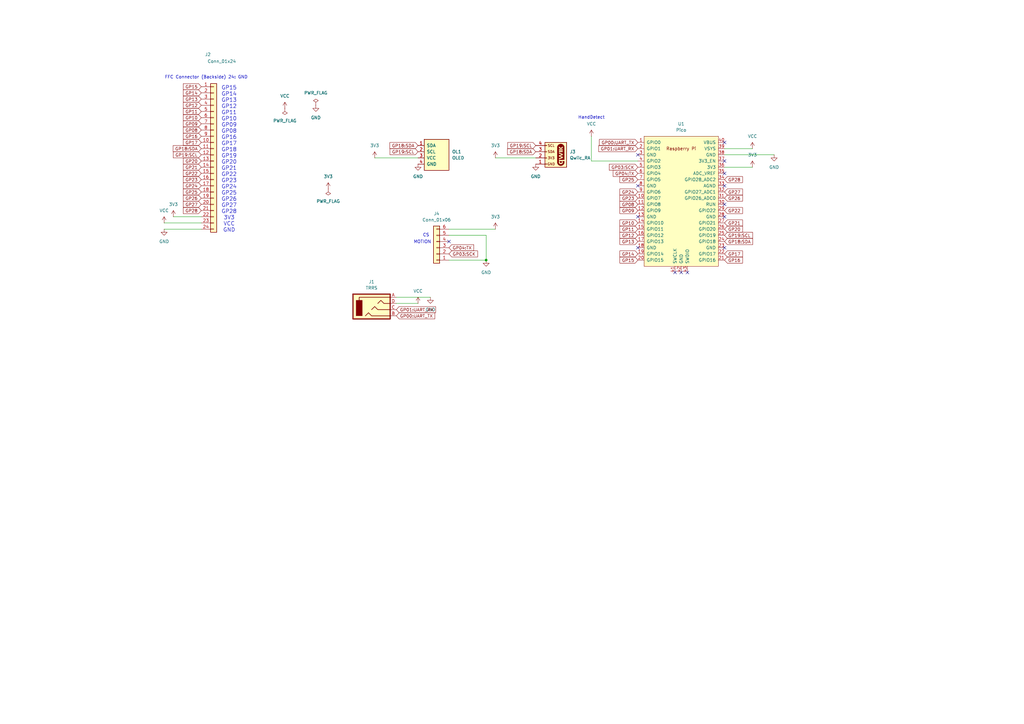
<source format=kicad_sch>
(kicad_sch (version 20250114) (generator "eeschema") (generator_version "9.0")
  (paper "A3")
  (lib_symbols
    (symbol "BrownSugar_KBD:OLED" (pin_names (offset 1.016))
      (property "Reference" "OL" (at 0 7.62 0))
      (property "Value" "OLED" (at 0 -7.62 0))
      (symbol "OLED_0_1"
        (rectangle (start -5.08 6.35) (end 5.08 -6.35) (stroke (width 0.254)) (fill (type background)))
      )
      (symbol "OLED_1_1"
        (pin bidirectional line (at -7.62 3.81 0) (length 2.54) (name "SDA") (number "1"))
        (pin bidirectional line (at -7.62 1.27 0) (length 2.54) (name "SCL") (number "2"))
        (pin power_in line (at -7.62 -1.27 0) (length 2.54) (name "VCC") (number "3"))
        (pin power_in line (at -7.62 -3.81 0) (length 2.54) (name "GND") (number "4"))
      )
    )
    (symbol "BrownSugar_KBD:TRRS" (pin_names (offset 1.016))
      (property "Reference" "J" (at 0 8.89 0))
      (property "Value" "TRRS" (at 0 6.35 0))
      (symbol "TRRS_0_1"
        (rectangle (start -7.62 5.08) (end 7.62 -5.08) (stroke (width 0.508)) (fill (type background)))
        (rectangle (start -6.35 2.54) (end -3.81 -3.81) (stroke (width 0.127)) (fill (type outline)))
        (polyline (pts (xy 7.62 3.81) (xy -5.08 3.81) (xy -5.08 2.54)) (stroke (width 0.254)))
        (polyline (pts (xy 7.62 1.27) (xy 5.08 1.27) (xy 3.81 2.54) (xy 2.54 1.27)) (stroke (width 0.254)))
        (polyline (pts (xy 7.62 -1.27) (xy 2.54 -1.27) (xy 1.27 0) (xy 0 -1.27)) (stroke (width 0.254)))
        (polyline (pts (xy 7.62 -3.81) (xy 0 -3.81) (xy -1.27 -2.54) (xy -2.54 -3.81)) (stroke (width 0.254)))
      )
      (symbol "TRRS_1_1"
        (pin bidirectional line (at 10.16 3.81 180) (length 2.54) (name "~") (number "A"))
        (pin bidirectional line (at 10.16 1.27 180) (length 2.54) (name "~") (number "D"))
        (pin bidirectional line (at 10.16 -1.27 180) (length 2.54) (name "~") (number "C"))
        (pin bidirectional line (at 10.16 -3.81 180) (length 2.54) (name "~") (number "B"))
      )
    )
    (symbol "Connector_Generic:Conn_01x06" (pin_names (offset 1.016) (hide yes))
      (property "Reference" "J" (at 0 7.62 0))
      (property "Value" "Conn_01x06" (at 0 -10.16 0))
      (symbol "Conn_01x06_1_1"
        (rectangle (start -1.27 6.35) (end 1.27 -8.89) (stroke (width 0.254)) (fill (type background)))
        (rectangle (start -1.27 5.207) (end 0 4.953) (stroke (width 0.1524)))
        (rectangle (start -1.27 2.667) (end 0 2.413) (stroke (width 0.1524)))
        (rectangle (start -1.27 0.127) (end 0 -0.127) (stroke (width 0.1524)))
        (rectangle (start -1.27 -2.413) (end 0 -2.667) (stroke (width 0.1524)))
        (rectangle (start -1.27 -4.953) (end 0 -5.207) (stroke (width 0.1524)))
        (rectangle (start -1.27 -7.493) (end 0 -7.747) (stroke (width 0.1524)))
        (pin passive line (at -5.08 5.08 0) (length 3.81) (name "Pin_1") (number "1"))
        (pin passive line (at -5.08 2.54 0) (length 3.81) (name "Pin_2") (number "2"))
        (pin passive line (at -5.08 0 0) (length 3.81) (name "Pin_3") (number "3"))
        (pin passive line (at -5.08 -2.54 0) (length 3.81) (name "Pin_4") (number "4"))
        (pin passive line (at -5.08 -5.08 0) (length 3.81) (name "Pin_5") (number "5"))
        (pin passive line (at -5.08 -7.62 0) (length 3.81) (name "Pin_6") (number "6"))
      )
    )
    (symbol "Connector_Generic:Conn_01x24" (pin_names (offset 1.016) (hide yes))
      (property "Reference" "J" (at 0 30.48 0))
      (property "Value" "Conn_01x24" (at 0 -33.02 0))
      (symbol "Conn_01x24_1_1"
        (rectangle (start -1.27 29.21) (end 1.27 -31.75) (stroke (width 0.254)) (fill (type background)))
        (rectangle (start -1.27 28.067) (end 0 27.813) (stroke (width 0.1524)))
        (rectangle (start -1.27 25.527) (end 0 25.273) (stroke (width 0.1524)))
        (rectangle (start -1.27 22.987) (end 0 22.733) (stroke (width 0.1524)))
        (rectangle (start -1.27 20.447) (end 0 20.193) (stroke (width 0.1524)))
        (rectangle (start -1.27 17.907) (end 0 17.653) (stroke (width 0.1524)))
        (rectangle (start -1.27 15.367) (end 0 15.113) (stroke (width 0.1524)))
        (rectangle (start -1.27 12.827) (end 0 12.573) (stroke (width 0.1524)))
        (rectangle (start -1.27 10.287) (end 0 10.033) (stroke (width 0.1524)))
        (rectangle (start -1.27 7.747) (end 0 7.493) (stroke (width 0.1524)))
        (rectangle (start -1.27 5.207) (end 0 4.953) (stroke (width 0.1524)))
        (rectangle (start -1.27 2.667) (end 0 2.413) (stroke (width 0.1524)))
        (rectangle (start -1.27 0.127) (end 0 -0.127) (stroke (width 0.1524)))
        (rectangle (start -1.27 -2.413) (end 0 -2.667) (stroke (width 0.1524)))
        (rectangle (start -1.27 -4.953) (end 0 -5.207) (stroke (width 0.1524)))
        (rectangle (start -1.27 -7.493) (end 0 -7.747) (stroke (width 0.1524)))
        (rectangle (start -1.27 -10.033) (end 0 -10.287) (stroke (width 0.1524)))
        (rectangle (start -1.27 -12.573) (end 0 -12.827) (stroke (width 0.1524)))
        (rectangle (start -1.27 -15.113) (end 0 -15.367) (stroke (width 0.1524)))
        (rectangle (start -1.27 -17.653) (end 0 -17.907) (stroke (width 0.1524)))
        (rectangle (start -1.27 -20.193) (end 0 -20.447) (stroke (width 0.1524)))
        (rectangle (start -1.27 -22.733) (end 0 -22.987) (stroke (width 0.1524)))
        (rectangle (start -1.27 -25.273) (end 0 -25.527) (stroke (width 0.1524)))
        (rectangle (start -1.27 -27.813) (end 0 -28.067) (stroke (width 0.1524)))
        (rectangle (start -1.27 -30.353) (end 0 -30.607) (stroke (width 0.1524)))
        (pin passive line (at -5.08 27.94 0) (length 3.81) (name "Pin_1") (number "1"))
        (pin passive line (at -5.08 25.4 0) (length 3.81) (name "Pin_2") (number "2"))
        (pin passive line (at -5.08 22.86 0) (length 3.81) (name "Pin_3") (number "3"))
        (pin passive line (at -5.08 20.32 0) (length 3.81) (name "Pin_4") (number "4"))
        (pin passive line (at -5.08 17.78 0) (length 3.81) (name "Pin_5") (number "5"))
        (pin passive line (at -5.08 15.24 0) (length 3.81) (name "Pin_6") (number "6"))
        (pin passive line (at -5.08 12.7 0) (length 3.81) (name "Pin_7") (number "7"))
        (pin passive line (at -5.08 10.16 0) (length 3.81) (name "Pin_8") (number "8"))
        (pin passive line (at -5.08 7.62 0) (length 3.81) (name "Pin_9") (number "9"))
        (pin passive line (at -5.08 5.08 0) (length 3.81) (name "Pin_10") (number "10"))
        (pin passive line (at -5.08 2.54 0) (length 3.81) (name "Pin_11") (number "11"))
        (pin passive line (at -5.08 0 0) (length 3.81) (name "Pin_12") (number "12"))
        (pin passive line (at -5.08 -2.54 0) (length 3.81) (name "Pin_13") (number "13"))
        (pin passive line (at -5.08 -5.08 0) (length 3.81) (name "Pin_14") (number "14"))
        (pin passive line (at -5.08 -7.62 0) (length 3.81) (name "Pin_15") (number "15"))
        (pin passive line (at -5.08 -10.16 0) (length 3.81) (name "Pin_16") (number "16"))
        (pin passive line (at -5.08 -12.7 0) (length 3.81) (name "Pin_17") (number "17"))
        (pin passive line (at -5.08 -15.24 0) (length 3.81) (name "Pin_18") (number "18"))
        (pin passive line (at -5.08 -17.78 0) (length 3.81) (name "Pin_19") (number "19"))
        (pin passive line (at -5.08 -20.32 0) (length 3.81) (name "Pin_20") (number "20"))
        (pin passive line (at -5.08 -22.86 0) (length 3.81) (name "Pin_21") (number "21"))
        (pin passive line (at -5.08 -25.4 0) (length 3.81) (name "Pin_22") (number "22"))
        (pin passive line (at -5.08 -27.94 0) (length 3.81) (name "Pin_23") (number "23"))
        (pin passive line (at -5.08 -30.48 0) (length 3.81) (name "Pin_24") (number "24"))
      )
    )
    (symbol "RPi_Pico:Pico" (pin_names (offset 1.016))
      (property "Reference" "U" (at -13.97 27.94 0))
      (property "Value" "Pico" (at 0 19.05 0))
      (symbol "Pico_0_0"
        (text "Raspberry Pi" (at 0 21.59 0) (effects (font (size 1.27 1.27))))
      )
      (symbol "Pico_0_1"
        (rectangle (start -15.24 26.67) (end 15.24 -26.67) (fill (type background)))
      )
      (symbol "Pico_1_1"
        (pin bidirectional line (at -17.78 24.13 0) (length 2.54) (name "GPIO0") (number "1"))
        (pin bidirectional line (at -17.78 21.59 0) (length 2.54) (name "GPIO1") (number "2"))
        (pin power_in line (at -17.78 19.05 0) (length 2.54) (name "GND") (number "3"))
        (pin bidirectional line (at -17.78 16.51 0) (length 2.54) (name "GPIO2") (number "4"))
        (pin bidirectional line (at -17.78 13.97 0) (length 2.54) (name "GPIO3") (number "5"))
        (pin bidirectional line (at -17.78 11.43 0) (length 2.54) (name "GPIO4") (number "6"))
        (pin bidirectional line (at -17.78 8.89 0) (length 2.54) (name "GPIO5") (number "7"))
        (pin power_in line (at -17.78 6.35 0) (length 2.54) (name "GND") (number "8"))
        (pin bidirectional line (at -17.78 3.81 0) (length 2.54) (name "GPIO6") (number "9"))
        (pin bidirectional line (at -17.78 1.27 0) (length 2.54) (name "GPIO7") (number "10"))
        (pin bidirectional line (at -17.78 -1.27 0) (length 2.54) (name "GPIO8") (number "11"))
        (pin bidirectional line (at -17.78 -3.81 0) (length 2.54) (name "GPIO9") (number "12"))
        (pin power_in line (at -17.78 -6.35 0) (length 2.54) (name "GND") (number "13"))
        (pin bidirectional line (at -17.78 -8.89 0) (length 2.54) (name "GPIO10") (number "14"))
        (pin bidirectional line (at -17.78 -11.43 0) (length 2.54) (name "GPIO11") (number "15"))
        (pin bidirectional line (at -17.78 -13.97 0) (length 2.54) (name "GPIO12") (number "16"))
        (pin bidirectional line (at -17.78 -16.51 0) (length 2.54) (name "GPIO13") (number "17"))
        (pin power_in line (at -17.78 -19.05 0) (length 2.54) (name "GND") (number "18"))
        (pin bidirectional line (at -17.78 -21.59 0) (length 2.54) (name "GPIO14") (number "19"))
        (pin bidirectional line (at -17.78 -24.13 0) (length 2.54) (name "GPIO15") (number "20"))
        (pin input line (at -2.54 -29.21 90) (length 2.54) (name "SWCLK") (number "41"))
        (pin power_in line (at 0 -29.21 90) (length 2.54) (name "GND") (number "42"))
        (pin bidirectional line (at 2.54 -29.21 90) (length 2.54) (name "SWDIO") (number "43"))
        (pin unspecified line (at 17.78 24.13 180) (length 2.54) (name "VBUS") (number "40"))
        (pin unspecified line (at 17.78 21.59 180) (length 2.54) (name "VSYS") (number "39"))
        (pin bidirectional line (at 17.78 19.05 180) (length 2.54) (name "GND") (number "38"))
        (pin input line (at 17.78 16.51 180) (length 2.54) (name "3V3_EN") (number "37"))
        (pin unspecified line (at 17.78 13.97 180) (length 2.54) (name "3V3") (number "36"))
        (pin unspecified line (at 17.78 11.43 180) (length 2.54) (name "ADC_VREF") (number "35"))
        (pin bidirectional line (at 17.78 8.89 180) (length 2.54) (name "GPIO28_ADC2") (number "34"))
        (pin power_in line (at 17.78 6.35 180) (length 2.54) (name "AGND") (number "33"))
        (pin bidirectional line (at 17.78 3.81 180) (length 2.54) (name "GPIO27_ADC1") (number "32"))
        (pin bidirectional line (at 17.78 1.27 180) (length 2.54) (name "GPIO26_ADC0") (number "31"))
        (pin input line (at 17.78 -1.27 180) (length 2.54) (name "RUN") (number "30"))
        (pin bidirectional line (at 17.78 -3.81 180) (length 2.54) (name "GPIO22") (number "29"))
        (pin power_in line (at 17.78 -6.35 180) (length 2.54) (name "GND") (number "28"))
        (pin bidirectional line (at 17.78 -8.89 180) (length 2.54) (name "GPIO21") (number "27"))
        (pin bidirectional line (at 17.78 -11.43 180) (length 2.54) (name "GPIO20") (number "26"))
        (pin bidirectional line (at 17.78 -13.97 180) (length 2.54) (name "GPIO19") (number "25"))
        (pin bidirectional line (at 17.78 -16.51 180) (length 2.54) (name "GPIO18") (number "24"))
        (pin power_in line (at 17.78 -19.05 180) (length 2.54) (name "GND") (number "23"))
        (pin bidirectional line (at 17.78 -21.59 180) (length 2.54) (name "GPIO17") (number "22"))
        (pin bidirectional line (at 17.78 -24.13 180) (length 2.54) (name "GPIO16") (number "21"))
      )
    )
    (symbol "SparkFun-Connector:Qwiic_Right_Angle" (pin_names (offset 1.016) (hide yes))
      (property "Reference" "J" (at 0 5.08 0))
      (property "Value" "Qwiic_RA" (at 0 -7.62 0))
      (symbol "Qwiic_Right_Angle_0_0"
        (polyline (pts (xy 5.6514 -4.1459) (xy 5.6299 -4.0654) (xy 5.5924 -3.9985) (xy 5.5373 -3.9428) (xy 5.4632 -3.8962) (xy 5.4394 -3.8843) (xy 5.402 -3.8678) (xy 5.3681 -3.8578) (xy 5.3294 -3.8521) (xy 5.2774 -3.8485) (xy 5.2184 -3.8474) (xy 5.1227 -3.8564) (xy 5.0405 -3.8803) (xy 4.9695 -3.9199) (xy 4.9078 -3.9759) (xy 4.8937 -3.9923) (xy 4.8535 -4.0549) (xy 4.8308 -4.124) (xy 4.8237 -4.2048) (xy 4.8239 -4.222) (xy 4.8343 -4.3011) (xy 4.8608 -4.3692) (xy 4.9051 -4.4308) (xy 4.9328 -4.4589) (xy 5.0009 -4.509) (xy 5.0793 -4.5424) (xy 5.1699 -4.5595) (xy 5.2745 -4.5612) (xy 5.3262 -4.5564) (xy 5.4199 -4.5347) (xy 5.4992 -4.4971) (xy 5.5638 -4.444) (xy 5.6131 -4.3757) (xy 5.6467 -4.2926) (xy 5.65 -4.2788) (xy 5.656 -4.2325) (xy 5.6563 -4.1875) (xy 5.6514 -4.1459)) (stroke (width 0.01)) (fill (type outline)))
        (polyline (pts (xy 6.6693 -0.6791) (xy 6.666 1.9332) (xy 6.6418 2.0386) (xy 6.6301 2.0866) (xy 6.5791 2.2527) (xy 6.5141 2.404) (xy 6.4337 2.5432) (xy 6.3364 2.673) (xy 6.2208 2.7959) (xy 6.1699 2.8428) (xy 6.0305 2.9527) (xy 5.8839 3.0422) (xy 5.7295 3.1115) (xy 5.5668 3.1608) (xy 5.3953 3.1902) (xy 5.2146 3.1999) (xy 5.1695 3.1994) (xy 5.0056 3.1868) (xy 4.8507 3.1568) (xy 4.7006 3.1083) (xy 4.5508 3.0404) (xy 4.5104 3.0187) (xy 4.3609 2.9237) (xy 4.2262 2.8129) (xy 4.1067 2.6872) (xy 4.0032 2.5475) (xy 3.9162 2.3947) (xy 3.8466 2.2295) (xy 3.7947 2.0528) (xy 3.7931 2.0453) (xy 3.7912 2.0356) (xy 3.7895 2.0242) (xy 3.7879 2.0106) (xy 3.7864 1.9938) (xy 3.785 1.9733) (xy 3.7837 1.9481) (xy 3.7825 1.9176) (xy 3.7815 1.8811) (xy 3.7805 1.8377) (xy 3.7796 1.7868) (xy 3.7789 1.7275) (xy 3.7781 1.6592) (xy 3.7775 1.5811) (xy 3.777 1.4925) (xy 3.7765 1.3925) (xy 3.7761 1.2805) (xy 3.7757 1.1557) (xy 3.7754 1.0174) (xy 3.7751 0.8648) (xy 3.7749 0.6972) (xy 3.7748 0.5138) (xy 3.7746 0.3139) (xy 3.7745 0.0967) (xy 3.7745 -0.1385) (xy 3.7744 -0.3925) (xy 3.7744 -0.666) (xy 3.7744 -0.9597) (xy 3.7744 -1.2744) (xy 3.7744 -4.5147) (xy 3.8041 -4.6318) (xy 3.8237 -4.7026) (xy 3.8837 -4.868) (xy 3.9606 -5.0206) (xy 4.0556 -5.1623) (xy 4.1695 -5.2947) (xy 4.2945 -5.4115) (xy 4.4355 -5.5159) (xy 4.5859 -5.6007) (xy 4.7459 -5.6661) (xy 4.916 -5.7122) (xy 5.0965 -5.7394) (xy 5.2571 -5.7442) (xy 5.4226 -5.7293) (xy 5.5891 -5.6949) (xy 5.7533 -5.6416) (xy 5.8236 -5.6121) (xy 5.9729 -5.5329) (xy 6.1112 -5.4365) (xy 6.237 -5.3244) (xy 6.3494 -5.1984) (xy 6.4469 -5.0601) (xy 6.5284 -4.9112) (xy 6.5926 -4.7532) (xy 6.6384 -4.5879) (xy 6.6645 -4.4168) (xy 6.6652 -4.405) (xy 6.6664 -4.3703) (xy 6.6676 -4.3199) (xy 6.6687 -4.2572) (xy 6.6696 -4.1859) (xy 6.6703 -4.1097) (xy 6.6721 -3.846) (xy 6.2655 -3.846) (xy 5.8589 -3.846) (xy 5.9219 -3.9104) (xy 5.9349 -3.9241) (xy 6.0001 -4.0112) (xy 6.0471 -4.1097) (xy 6.0754 -4.2189) (xy 6.085 -4.338) (xy 6.0781 -4.4509) (xy 6.0523 -4.5755) (xy 6.0066 -4.6941) (xy 5.952 -4.7864) (xy 5.8765 -4.8752) (xy 5.7858 -4.9517) (xy 5.6826 -5.0132) (xy 5.6313 -5.0372) (xy 5.5644 -5.0638) (xy 5.4981 -5.0834) (xy 5.4249 -5.0981) (xy 5.3375 -5.1098) (xy 5.2452 -5.1158) (xy 5.122 -5.1113) (xy 5.0004 -5.0938) (xy 4.8864 -5.0641) (xy 4.7856 -5.0232) (xy 4.6831 -4.9619) (xy 4.5878 -4.8817) (xy 4.5089 -4.7878) (xy 4.4472 -4.6811) (xy 4.4036 -4.5627) (xy 4.4031 -4.5611) (xy 4.3912 -4.4987) (xy 4.3845 -4.4244) (xy 4.3831 -4.3446) (xy 4.3869 -4.2661) (xy 4.3957 -4.1956) (xy 4.4094 -4.1396) (xy 4.4322 -4.082) (xy 4.485 -3.9879) (xy 4.5552 -3.9031) (xy 4.6109 -3.846) (xy 4.5052 -3.846) (xy 4.3996 -3.846) (xy 4.3996 -3.5687) (xy 4.3996 -3.2914) (xy 4.405 -3.2914) (xy 4.405 -3.2023) (xy 4.4021 -2.9296) (xy 4.4018 -2.8964) (xy 4.4015 -2.8076) (xy 4.4023 -2.7393) (xy 4.4041 -2.6908) (xy 4.407 -2.6611) (xy 4.4111 -2.6495) (xy 4.4137 -2.6484) (xy 4.434 -2.6418) (xy 4.4723 -2.6298) (xy 4.5268 -2.6132) (xy 4.5954 -2.5924) (xy 4.6761 -2.5683) (xy 4.767 -2.5412) (xy 4.866 -2.5118) (xy 4.9713 -2.4808) (xy 5.0173 -2.4672) (xy 5.119 -2.4369) (xy 5.2131 -2.4086) (xy 5.2977 -2.3828) (xy 5.3709 -2.3601) (xy 5.4307 -2.3411) (xy 5.4753 -2.3264) (xy 5.5029 -2.3166) (xy 5.5114 -2.3123) (xy 5.505 -2.3098) (xy 5.4796 -2.3016) (xy 5.4371 -2.2885) (xy 5.3794 -2.2711) (xy 5.3088 -2.2502) (xy 5.2275 -2.2264) (xy 5.1375 -2.2002) (xy 5.0411 -2.1724) (xy 4.9851 -2.1562) (xy 4.8864 -2.1278) (xy 4.7926 -2.1007) (xy 4.7062 -2.0757) (xy 4.63 -2.0536) (xy 4.5666 -2.0351) (xy 4.5187 -2.0211) (xy 4.4891 -2.0123) (xy 4.3992 -1.9852) (xy 4.4021 -1.7229) (xy 4.405 -1.4606) (xy 4.5844 -1.4084) (xy 4.6163 -1.3992) (xy 4.7739 -1.3533) (xy 4.9121 -1.3131) (xy 5.0321 -1.278) (xy 5.1352 -1.2478) (xy 5.2224 -1.2221) (xy 5.2951 -1.2004) (xy 5.3545 -1.1824) (xy 5.4018 -1.1676) (xy 5.4382 -1.1558) (xy 5.465 -1.1465) (xy 5.4834 -1.1392) (xy 5.4945 -1.1338) (xy 5.4997 -1.1296) (xy 5.5001 -1.1264) (xy 5.497 -1.1238) (xy 5.4915 -1.1214) (xy 5.4896 -1.1207) (xy 5.4687 -1.114) (xy 5.4296 -1.1019) (xy 5.3743 -1.0851) (xy 5.3049 -1.0643) (xy 5.2237 -1.04) (xy 5.1326 -1.013) (xy 5.0339 -0.9838) (xy 4.9297 -0.9531) (xy 4.3996 -0.7973) (xy 4.3996 -0.533) (xy 4.3997 -0.479) (xy 4.4004 -0.4111) (xy 4.4015 -0.3532) (xy 4.4029 -0.3082) (xy 4.4047 -0.279) (xy 4.4066 -0.2687) (xy 4.409 -0.2694) (xy 4.4284 -0.2761) (xy 4.4661 -0.2895) (xy 4.5204 -0.309) (xy 4.5899 -0.3341) (xy 4.6729 -0.3642) (xy 4.7681 -0.3988) (xy 4.8737 -0.4372) (xy 4.9883 -0.479) (xy 5.1104 -0.5236) (xy 5.2384 -0.5703) (xy 6.0632 -0.872) (xy 6.0632 -0.1926) (xy 5.2314 -0.1926) (xy 4.3996 -0.1926) (xy 4.3996 0.0793) (xy 4.3996 0.3511) (xy 5.2314 0.3511) (xy 6.0632 0.3511) (xy 6.0632 0.4598) (xy 5.2314 0.4598) (xy 4.3996 0.4598) (xy 4.3996 0.7317) (xy 4.3996 1.0035) (xy 5.2314 1.0035) (xy 5.2368 1.0035) (xy 5.2368 1.1177) (xy 5.1465 1.1192) (xy 5.0667 1.1248) (xy 4.9975 1.1357) (xy 4.9332 1.1532) (xy 4.8683 1.1784) (xy 4.7971 1.2126) (xy 4.7662 1.2298) (xy 4.6808 1.2903) (xy 4.6008 1.3651) (xy 4.5314 1.4489) (xy 4.4781 1.5363) (xy 4.4686 1.5557) (xy 4.4306 1.6462) (xy 4.4052 1.7353) (xy 4.3905 1.8304) (xy 4.385 1.9386) (xy 4.3833 2.0745) (xy 4.6089 2.0775) (xy 4.8345 2.0804) (xy 4.8348 1.9959) (xy 4.8368 1.9483) (xy 4.8488 1.8858) (xy 4.8738 1.8316) (xy 4.9144 1.7788) (xy 4.9734 1.7289) (xy 5.0458 1.6921) (xy 5.1277 1.6689) (xy 5.215 1.6593) (xy 5.3038 1.6635) (xy 5.3902 1.6815) (xy 5.4702 1.7136) (xy 5.54 1.7597) (xy 5.5733 1.7923) (xy 5.6073 1.844) (xy 5.628 1.9066) (xy 5.6372 1.9843) (xy 5.6418 2.0804) (xy 5.8607 2.0775) (xy 6.0795 2.0745) (xy 6.0811 1.9712) (xy 6.0811 1.9207) (xy 6.0739 1.8134) (xy 6.0554 1.7157) (xy 6.024 1.6204) (xy 5.9781 1.5204) (xy 5.9341 1.4457) (xy 5.8571 1.3499) (xy 5.7651 1.2695) (xy 5.6591 1.2056) (xy 5.6251 1.1892) (xy 5.5646 1.1627) (xy 5.5097 1.1435) (xy 5.4549 1.1305) (xy 5.3948 1.1226) (xy 5.3239 1.1188) (xy 5.2368 1.1177) (xy 5.2368 1.0035) (xy 6.0632 1.0035) (xy 6.0632 0.7317) (xy 6.0632 0.4598) (xy 6.0632 0.3511) (xy 6.0632 0.0793) (xy 6.0632 -0.1926) (xy 6.0632 -0.872) (xy 6.0632 -1.1439) (xy 6.0632 -1.4158) (xy 5.552 -1.5728) (xy 5.5357 -1.5778) (xy 5.4361 -1.6086) (xy 5.3436 -1.6376) (xy 5.2603 -1.6641) (xy 5.1881 -1.6874) (xy 5.129 -1.707) (xy 5.0848 -1.7222) (xy 5.0575 -1.7324) (xy 5.0491 -1.7369) (xy 5.0493 -1.737) (xy 5.0624 -1.742) (xy 5.094 -1.7527) (xy 5.1423 -1.7684) (xy 5.2051 -1.7886) (xy 5.2803 -1.8124) (xy 5.3659 -1.8394) (xy 5.46 -1.8688) (xy 5.5603 -1.9) (xy 6.0632 -2.0559) (xy 6.063 -2.3284) (xy 6.0628 -2.601) (xy 5.2339 -2.9017) (xy 4.405 -3.2023) (xy 4.405 -3.2914) (xy 5.5361 -3.2914) (xy 6.6725 -3.2914) (xy 6.6693 -0.6791)) (stroke (width 0.01)) (fill (type outline)))
      )
      (symbol "Qwiic_Right_Angle_1_1"
        (rectangle (start -1.27 3.81) (end 7.62 -6.35) (stroke (width 0.254)) (fill (type background)))
        (rectangle (start -1.27 2.667) (end -0.508 2.413) (stroke (width 0.1524)))
        (rectangle (start -1.27 0.127) (end -0.508 -0.127) (stroke (width 0.1524)))
        (rectangle (start -1.27 -2.413) (end -0.508 -2.667) (stroke (width 0.1524)))
        (rectangle (start -1.27 -4.953) (end -0.508 -5.207) (stroke (width 0.1524)))
        (text "SCL" (at 1.27 2.54 0) (effects (font (size 1 1))))
        (text "SDA" (at 1.27 0 0) (effects (font (size 1 1))))
        (text "3V3" (at 1.27 -2.54 0) (effects (font (size 1 1))))
        (text "GND" (at 1.27 -5.08 0) (effects (font (size 1 1))))
        (pin passive line (at -5.08 2.54 0) (length 3.81) (name "Pin_4") (number "4"))
        (pin passive line (at -5.08 0 0) (length 3.81) (name "Pin_3") (number "3"))
        (pin passive line (at -5.08 -2.54 0) (length 3.81) (name "Pin_2") (number "2"))
        (pin passive line (at -5.08 -5.08 0) (length 3.81) (name "Pin_1") (number "1"))
        (pin no_connect line (at 5.08 3.81 270) (length 2.54) (hide yes) (name "NC") (number "NC1"))
        (pin no_connect line (at 6.35 3.81 270) (length 2.54) (hide yes) (name "NC") (number "NC2"))
      )
    )
    (symbol "power:GND" (power) (pin_numbers (hide yes)) (pin_names (offset 0) (hide yes))
      (property "Value" "GND" (at 0 -3.81 0))
      (symbol "GND_0_1"
        (polyline (pts (xy 0 0) (xy 0 -1.27) (xy 1.27 -1.27) (xy 0 -2.54) (xy -1.27 -1.27) (xy 0 -1.27)))
      )
      (symbol "GND_1_1"
        (pin power_in line (at 0 0 270) (length 0) (name "~") (number "1"))
      )
    )
    (symbol "power:PWR_FLAG" (power) (pin_numbers (hide yes)) (pin_names (offset 0) (hide yes))
      (property "Value" "PWR_FLAG" (at 0 3.81 0))
      (symbol "PWR_FLAG_0_0"
        (pin power_out line (at 0 0 90) (length 0) (name "~") (number "1"))
      )
      (symbol "PWR_FLAG_0_1"
        (polyline (pts (xy 0 0) (xy 0 1.27) (xy -1.016 1.905) (xy 0 2.54) (xy 1.016 1.905) (xy 0 1.27)))
      )
    )
    (symbol "power:VCC" (power) (pin_numbers (hide yes)) (pin_names (offset 0) (hide yes))
      (property "Value" "VCC" (at 0 3.556 0))
      (symbol "VCC_0_1"
        (polyline (pts (xy -0.762 1.27) (xy 0 2.54)))
        (polyline (pts (xy 0 2.54) (xy 0.762 1.27)))
        (polyline (pts (xy 0 0) (xy 0 2.54)))
      )
      (symbol "VCC_1_1"
        (pin power_in line (at 0 0 90) (length 0) (name "~") (number "1"))
      )
    )
  )
  (text "CS" (at 174.752 96.52 0) (effects (font (size 1.27 1.27))))
  (text "MOTION" (at 173.228 99.314 0) (effects (font (size 1.27 1.27))))
  (text "GP15\nGP14\nGP13\nGP12\nGP11\nGP10\nGP09\nGP08\nGP16\nGP17\nGP18\nGP19\nGP20\nGP21\nGP22\nGP23\nGP24\nGP25\nGP26\nGP27\nGP28\n3V3\nVCC\nGND\n" (at 93.98 65.278 0) (effects (font (size 1.5748 1.5748))))
  (text "HandDetect" (at 242.57 48.26 0) (effects (font (size 1.27 1.27))))
  (text "FFC Connector (Backside) 24: GND" (at 84.582 31.75 0) (effects (font (size 1.27 1.27))))
  (junction (at 199.39 106.68))
  (no_connect (at 297.18 71.12))
  (no_connect (at 261.62 101.6))
  (no_connect (at 261.62 88.9))
  (no_connect (at 297.18 88.9))
  (no_connect (at 297.18 76.2))
  (no_connect (at 276.86 111.76))
  (no_connect (at 281.94 111.76))
  (no_connect (at 184.15 99.06))
  (no_connect (at 261.62 76.2))
  (no_connect (at 279.4 111.76))
  (no_connect (at 297.18 83.82))
  (no_connect (at 297.18 66.04))
  (no_connect (at 297.18 101.6))
  (no_connect (at 261.62 63.5))
  (no_connect (at 297.18 58.42))
  (wire (pts (xy 171.45 124.46) (xy 162.56 124.46)))
  (wire (pts (xy 308.61 68.58) (xy 297.18 68.58)))
  (wire (pts (xy 71.12 88.9) (xy 82.55 88.9)))
  (wire (pts (xy 176.53 121.92) (xy 162.56 121.92)))
  (wire (pts (xy 297.18 63.5) (xy 317.5 63.5)))
  (wire (pts (xy 199.39 96.52) (xy 199.39 106.68)))
  (wire (pts (xy 242.57 55.88) (xy 242.57 66.04)))
  (wire (pts (xy 203.2 64.77) (xy 219.71 64.77)))
  (wire (pts (xy 67.31 91.44) (xy 82.55 91.44)))
  (wire (pts (xy 67.31 93.98) (xy 82.55 93.98)))
  (wire (pts (xy 199.39 106.68) (xy 184.15 106.68)))
  (wire (pts (xy 153.67 64.77) (xy 171.45 64.77)))
  (wire (pts (xy 184.15 96.52) (xy 199.39 96.52)))
  (wire (pts (xy 203.2 93.98) (xy 184.15 93.98)))
  (wire (pts (xy 242.57 66.04) (xy 261.62 66.04)))
  (wire (pts (xy 308.61 60.96) (xy 297.18 60.96)))
  (global_label "GP03:SCK" (shape input) (at 261.62 68.58 180) (property "Intersheetrefs" "${INTERSHEET_REFS}" (effects (hide yes))))
  (global_label "GP17" (shape input) (at 297.18 104.14 0) (property "Intersheetrefs" "${INTERSHEET_REFS}" (effects (hide yes))))
  (global_label "GP10" (shape input) (at 261.62 91.44 180) (property "Intersheetrefs" "${INTERSHEET_REFS}" (effects (hide yes))))
  (global_label "GP28" (shape input) (at 82.55 86.36 180) (property "Intersheetrefs" "${INTERSHEET_REFS}" (effects (hide yes))))
  (global_label "GP11" (shape input) (at 82.55 45.72 180) (property "Intersheetrefs" "${INTERSHEET_REFS}" (effects (hide yes))))
  (global_label "GP22" (shape input) (at 297.18 86.36 0) (property "Intersheetrefs" "${INTERSHEET_REFS}" (effects (hide yes))))
  (global_label "GP08" (shape input) (at 261.62 83.82 180) (property "Intersheetrefs" "${INTERSHEET_REFS}" (effects (hide yes))))
  (global_label "GP16" (shape input) (at 82.55 55.88 180) (property "Intersheetrefs" "${INTERSHEET_REFS}" (effects (hide yes))))
  (global_label "GP08" (shape input) (at 82.55 53.34 180) (property "Intersheetrefs" "${INTERSHEET_REFS}" (effects (hide yes))))
  (global_label "GP12" (shape input) (at 82.55 43.18 180) (property "Intersheetrefs" "${INTERSHEET_REFS}" (effects (hide yes))))
  (global_label "GP20" (shape input) (at 297.18 93.98 0) (property "Intersheetrefs" "${INTERSHEET_REFS}" (effects (hide yes))))
  (global_label "GP23" (shape input) (at 261.62 81.28 180) (property "Intersheetrefs" "${INTERSHEET_REFS}" (effects (hide yes))))
  (global_label "GP00:UART_TX" (shape input) (at 162.56 129.54 0) (property "Intersheetrefs" "${INTERSHEET_REFS}" (effects (hide yes))))
  (global_label "GP13" (shape input) (at 261.62 99.06 180) (property "Intersheetrefs" "${INTERSHEET_REFS}" (effects (hide yes))))
  (global_label "GP01:UART_RX" (shape input) (at 162.56 127 0) (property "Intersheetrefs" "${INTERSHEET_REFS}" (effects (hide yes))))
  (global_label "GP22" (shape input) (at 82.55 71.12 180) (property "Intersheetrefs" "${INTERSHEET_REFS}" (effects (hide yes))))
  (global_label "GP14" (shape input) (at 261.62 104.14 180) (property "Intersheetrefs" "${INTERSHEET_REFS}" (effects (hide yes))))
  (global_label "GP03:SCK" (shape input) (at 184.15 104.14 0) (property "Intersheetrefs" "${INTERSHEET_REFS}" (effects (hide yes))))
  (global_label "GP15" (shape input) (at 82.55 35.56 180) (property "Intersheetrefs" "${INTERSHEET_REFS}" (effects (hide yes))))
  (global_label "GP19:SCL" (shape input) (at 297.18 96.52 0) (property "Intersheetrefs" "${INTERSHEET_REFS}" (effects (hide yes))))
  (global_label "GP25" (shape input) (at 82.55 78.74 180) (property "Intersheetrefs" "${INTERSHEET_REFS}" (effects (hide yes))))
  (global_label "GP18:SDA" (shape input) (at 82.55 60.96 180) (property "Intersheetrefs" "${INTERSHEET_REFS}" (effects (hide yes))))
  (global_label "GP20" (shape input) (at 82.55 66.04 180) (property "Intersheetrefs" "${INTERSHEET_REFS}" (effects (hide yes))))
  (global_label "GP25" (shape input) (at 261.62 73.66 180) (property "Intersheetrefs" "${INTERSHEET_REFS}" (effects (hide yes))))
  (global_label "GP19:SCL" (shape input) (at 82.55 63.5 180) (property "Intersheetrefs" "${INTERSHEET_REFS}" (effects (hide yes))))
  (global_label "GP04:TX" (shape input) (at 184.15 101.6 0) (property "Intersheetrefs" "${INTERSHEET_REFS}" (effects (hide yes))))
  (global_label "GP14" (shape input) (at 82.55 38.1 180) (property "Intersheetrefs" "${INTERSHEET_REFS}" (effects (hide yes))))
  (global_label "GP13" (shape input) (at 82.55 40.64 180) (property "Intersheetrefs" "${INTERSHEET_REFS}" (effects (hide yes))))
  (global_label "GP12" (shape input) (at 261.62 96.52 180) (property "Intersheetrefs" "${INTERSHEET_REFS}" (effects (hide yes))))
  (global_label "GP18:SDA" (shape input) (at 297.18 99.06 0) (property "Intersheetrefs" "${INTERSHEET_REFS}" (effects (hide yes))))
  (global_label "GP18:SDA" (shape input) (at 171.45 59.69 180) (property "Intersheetrefs" "${INTERSHEET_REFS}" (effects (hide yes))))
  (global_label "GP19:SCL" (shape input) (at 171.45 62.23 180) (property "Intersheetrefs" "${INTERSHEET_REFS}" (effects (hide yes))))
  (global_label "GP26" (shape input) (at 297.18 81.28 0) (property "Intersheetrefs" "${INTERSHEET_REFS}" (effects (hide yes))))
  (global_label "GP23" (shape input) (at 82.55 73.66 180) (property "Intersheetrefs" "${INTERSHEET_REFS}" (effects (hide yes))))
  (global_label "GP27" (shape input) (at 297.18 78.74 0) (property "Intersheetrefs" "${INTERSHEET_REFS}" (effects (hide yes))))
  (global_label "GP18:SDA" (shape input) (at 219.71 62.23 180) (property "Intersheetrefs" "${INTERSHEET_REFS}" (effects (hide yes))))
  (global_label "GP21" (shape input) (at 82.55 68.58 180) (property "Intersheetrefs" "${INTERSHEET_REFS}" (effects (hide yes))))
  (global_label "GP04:TX" (shape input) (at 261.62 71.12 180) (property "Intersheetrefs" "${INTERSHEET_REFS}" (effects (hide yes))))
  (global_label "GP27" (shape input) (at 82.55 83.82 180) (property "Intersheetrefs" "${INTERSHEET_REFS}" (effects (hide yes))))
  (global_label "GP19:SCL" (shape input) (at 219.71 59.69 180) (property "Intersheetrefs" "${INTERSHEET_REFS}" (effects (hide yes))))
  (global_label "GP15" (shape input) (at 261.62 106.68 180) (property "Intersheetrefs" "${INTERSHEET_REFS}" (effects (hide yes))))
  (global_label "GP09" (shape input) (at 261.62 86.36 180) (property "Intersheetrefs" "${INTERSHEET_REFS}" (effects (hide yes))))
  (global_label "GP16" (shape input) (at 297.18 106.68 0) (property "Intersheetrefs" "${INTERSHEET_REFS}" (effects (hide yes))))
  (global_label "GP01:UART_RX" (shape input) (at 261.62 60.96 180) (property "Intersheetrefs" "${INTERSHEET_REFS}" (effects (hide yes))))
  (global_label "GP21" (shape input) (at 297.18 91.44 0) (property "Intersheetrefs" "${INTERSHEET_REFS}" (effects (hide yes))))
  (global_label "GP28" (shape input) (at 297.18 73.66 0) (property "Intersheetrefs" "${INTERSHEET_REFS}" (effects (hide yes))))
  (global_label "GP26" (shape input) (at 82.55 81.28 180) (property "Intersheetrefs" "${INTERSHEET_REFS}" (effects (hide yes))))
  (global_label "GP11" (shape input) (at 261.62 93.98 180) (property "Intersheetrefs" "${INTERSHEET_REFS}" (effects (hide yes))))
  (global_label "GP10" (shape input) (at 82.55 48.26 180) (property "Intersheetrefs" "${INTERSHEET_REFS}" (effects (hide yes))))
  (global_label "GP00:UART_TX" (shape input) (at 261.62 58.42 180) (property "Intersheetrefs" "${INTERSHEET_REFS}" (effects (hide yes))))
  (global_label "GP09" (shape input) (at 82.55 50.8 180) (property "Intersheetrefs" "${INTERSHEET_REFS}" (effects (hide yes))))
  (global_label "GP24" (shape input) (at 261.62 78.74 180) (property "Intersheetrefs" "${INTERSHEET_REFS}" (effects (hide yes))))
  (global_label "GP24" (shape input) (at 82.55 76.2 180) (property "Intersheetrefs" "${INTERSHEET_REFS}" (effects (hide yes))))
  (global_label "GP17" (shape input) (at 82.55 58.42 180) (property "Intersheetrefs" "${INTERSHEET_REFS}" (effects (hide yes))))
  (symbol (lib_id "power:GND") (at 317.5 63.5 0) (unit 1)
    (property "Reference" "#PWR010" (effects (hide yes)))
    (property "Value" "GND" (at 317.5 68.58 0))
    (property "Description" "Power symbol creates a global label with name \"GND\" , ground" (effects (hide yes)))
  )
  (symbol (lib_id "power:GND") (at 199.39 106.68 0) (unit 1)
    (property "Reference" "#PWR013" (effects (hide yes)))
    (property "Value" "GND" (at 199.39 111.76 0))
    (property "Description" "Power symbol creates a global label with name \"GND\" , ground" (effects (hide yes)))
  )
  (symbol (lib_id "power:GND") (at 219.71 67.31 0) (unit 1)
    (property "Reference" "#PWR07" (effects (hide yes)))
    (property "Value" "GND" (at 219.71 72.39 0))
    (property "Description" "Power symbol creates a global label with name \"GND\" , ground" (effects (hide yes)))
  )
  (symbol (lib_id "SparkFun-Connector:Qwiic_Right_Angle") (at 224.79 62.23 0) (unit 1)
    (property "Reference" "J3" (at 233.68 62.2299 0) (effects (justify left)))
    (property "Value" "Qwiic_RA" (at 233.68 64.7699 0) (effects (justify left)))
    (property "Footprint" "SparkFun-Connector:JST_SMD_1.0mm-4_Black" (effects (hide yes)))
    (property "Datasheet" "https://www.jst-mfg.com/product/pdf/eng/eSH.pdf" (effects (hide yes)))
    (property "Description" "4 pin JST 1mm polarized connector for I2C" (effects (hide yes)))
    (property "PROD_ID" "CONN-13694" (effects (hide yes)))
  )
  (symbol (lib_id "power:VCC") (at 203.2 64.77 0) (unit 1)
    (property "Reference" "#PWR018" (effects (hide yes)))
    (property "Value" "3V3" (at 203.2 59.69 0))
    (property "Description" "Power symbol creates a global label with name \"VCC\"" (effects (hide yes)))
  )
  (symbol (lib_id "power:GND") (at 129.54 43.18 0) (unit 1)
    (property "Reference" "#PWR06" (effects (hide yes)))
    (property "Value" "GND" (at 129.54 48.26 0))
    (property "Description" "Power symbol creates a global label with name \"GND\" , ground" (effects (hide yes)))
  )
  (symbol (lib_id "power:VCC") (at 116.84 44.45 0) (unit 1)
    (property "Reference" "#PWR05" (effects (hide yes)))
    (property "Value" "VCC" (at 116.84 39.37 0))
    (property "Description" "Power symbol creates a global label with name \"VCC\"" (effects (hide yes)))
  )
  (symbol (lib_id "Connector_Generic:Conn_01x06") (at 179.07 101.6 180) (unit 1)
    (property "Reference" "J4" (at 179.07 87.63 0))
    (property "Value" "Conn_01x06" (at 179.07 90.17 0))
    (property "Footprint" "Connector_FFC-FPC:Hirose_FH12-6S-0.5SH_1x06-1MP_P0.50mm_Horizontal" (effects (hide yes)))
    (property "Description" "Generic connector, single row, 01x06, script generated (kicad-library-utils/schlib/autogen/connector/)" (effects (hide yes)))
  )
  (symbol (lib_id "power:VCC") (at 67.31 91.44 0) (unit 1)
    (property "Reference" "#PWR03" (effects (hide yes)))
    (property "Value" "VCC" (at 67.31 86.36 0))
    (property "Description" "Power symbol creates a global label with name \"VCC\"" (effects (hide yes)))
  )
  (symbol (lib_id "power:VCC") (at 71.12 88.9 0) (unit 1)
    (property "Reference" "#PWR016" (effects (hide yes)))
    (property "Value" "3V3" (at 71.12 83.82 0))
    (property "Description" "Power symbol creates a global label with name \"VCC\"" (effects (hide yes)))
  )
  (symbol (lib_id "power:GND") (at 176.53 121.92 0) (unit 1)
    (property "Reference" "#PWR012" (effects (hide yes)))
    (property "Value" "GND" (at 176.53 127 0))
    (property "Description" "Power symbol creates a global label with name \"GND\" , ground" (effects (hide yes)))
  )
  (symbol (lib_id "power:PWR_FLAG") (at 116.84 44.45 180) (unit 1)
    (property "Reference" "#FLG01" (effects (hide yes)))
    (property "Value" "PWR_FLAG" (at 116.84 49.53 0))
    (property "Description" "Special symbol for telling ERC where power comes from" (effects (hide yes)))
  )
  (symbol (lib_id "power:GND") (at 171.45 67.31 0) (unit 1)
    (property "Reference" "#PWR09" (effects (hide yes)))
    (property "Value" "GND" (at 171.45 72.39 0))
    (property "Description" "Power symbol creates a global label with name \"GND\" , ground" (effects (hide yes)))
  )
  (symbol (lib_id "power:PWR_FLAG") (at 129.54 43.18 0) (unit 1)
    (property "Reference" "#FLG02" (effects (hide yes)))
    (property "Value" "PWR_FLAG" (at 129.54 38.1 0))
    (property "Description" "Special symbol for telling ERC where power comes from" (effects (hide yes)))
  )
  (symbol (lib_id "power:VCC") (at 171.45 124.46 0) (unit 1)
    (property "Reference" "#PWR011" (effects (hide yes)))
    (property "Value" "VCC" (at 171.45 119.38 0))
    (property "Description" "Power symbol creates a global label with name \"VCC\"" (effects (hide yes)))
  )
  (symbol (lib_id "RPi_Pico:Pico") (at 279.4 82.55 0) (unit 1)
    (property "Reference" "U1" (at 279.4 50.8 0))
    (property "Value" "Pico" (at 279.4 53.34 0))
    (property "Footprint" "Rikkodo_FootPrint:rkd_RPi_Pico_TH_NODBG" (effects (hide yes)))
  )
  (symbol (lib_id "power:VCC") (at 242.57 55.88 0) (unit 1)
    (property "Reference" "#PWR020" (effects (hide yes)))
    (property "Value" "VCC" (at 242.57 50.8 0))
    (property "Description" "Power symbol creates a global label with name \"VCC\"" (effects (hide yes)))
  )
  (symbol (lib_id "power:GND") (at 67.31 93.98 0) (unit 1)
    (property "Reference" "#PWR04" (effects (hide yes)))
    (property "Value" "GND" (at 67.31 99.06 0))
    (property "Description" "Power symbol creates a global label with name \"GND\" , ground" (effects (hide yes)))
  )
  (symbol (lib_id "power:VCC") (at 153.67 64.77 0) (unit 1)
    (property "Reference" "#PWR015" (effects (hide yes)))
    (property "Value" "3V3" (at 153.67 59.69 0))
    (property "Description" "Power symbol creates a global label with name \"VCC\"" (effects (hide yes)))
  )
  (symbol (lib_id "power:PWR_FLAG") (at 134.62 77.47 180) (unit 1)
    (property "Reference" "#FLG03" (effects (hide yes)))
    (property "Value" "PWR_FLAG" (at 134.62 82.55 0))
    (property "Description" "Special symbol for telling ERC where power comes from" (effects (hide yes)))
  )
  (symbol (lib_id "power:VCC") (at 203.2 93.98 0) (unit 1)
    (property "Reference" "#PWR019" (effects (hide yes)))
    (property "Value" "3V3" (at 203.2 88.9 0))
    (property "Description" "Power symbol creates a global label with name \"VCC\"" (effects (hide yes)))
  )
  (symbol (lib_id "BrownSugar_KBD:TRRS") (at 152.4 125.73 0) (unit 1)
    (property "Reference" "J1" (at 152.4 115.57 0))
    (property "Value" "TRRS" (at 152.4 118.11 0))
    (property "Footprint" "BrownSugar_KBD:TRRS_PJ-320A" (effects (hide yes)))
  )
  (symbol (lib_id "power:VCC") (at 134.62 77.47 0) (unit 1)
    (property "Reference" "#PWR014" (effects (hide yes)))
    (property "Value" "3V3" (at 134.62 72.39 0))
    (property "Description" "Power symbol creates a global label with name \"VCC\"" (effects (hide yes)))
  )
  (symbol (lib_id "BrownSugar_KBD:OLED") (at 179.07 63.5 0) (unit 1)
    (property "Reference" "OL1" (at 185.42 62.2299 0) (effects (justify left)))
    (property "Value" "OLED" (at 185.42 64.7699 0) (effects (justify left)))
    (property "Footprint" "BrownSugar_KBD:OLED_center_display" (effects (hide yes)))
  )
  (symbol (lib_id "Connector_Generic:Conn_01x24") (at 87.63 63.5 0) (unit 1)
    (property "Reference" "J2" (at 84.074 22.352 0) (effects (justify left)))
    (property "Value" "Conn_01x24" (at 85.09 25.146 0) (effects (justify left)))
    (property "Footprint" "Connector_FFC-FPC:Hirose_FH12-24S-0.5SH_1x24-1MP_P0.50mm_Horizontal" (effects (hide yes)))
    (property "Description" "Generic connector, single row, 01x24, script generated (kicad-library-utils/schlib/autogen/connector/)" (effects (hide yes)))
  )
  (symbol (lib_id "power:VCC") (at 308.61 68.58 0) (unit 1)
    (property "Reference" "#PWR017" (effects (hide yes)))
    (property "Value" "3V3" (at 308.61 63.5 0))
    (property "Description" "Power symbol creates a global label with name \"VCC\"" (effects (hide yes)))
  )
  (symbol (lib_id "power:VCC") (at 308.61 60.96 0) (unit 1)
    (property "Reference" "#PWR08" (effects (hide yes)))
    (property "Value" "VCC" (at 308.61 55.88 0))
    (property "Description" "Power symbol creates a global label with name \"VCC\"" (effects (hide yes)))
  )
)
</source>
